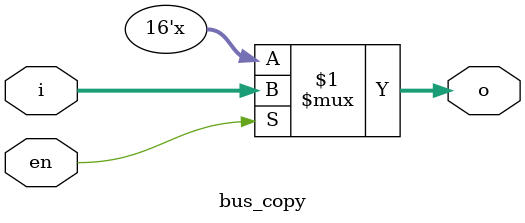
<source format=v>
module bus_copy(input [15:0] i, output [15:0] o, input en);
	assign o = (en) ? i : 16'bz;
endmodule
</source>
